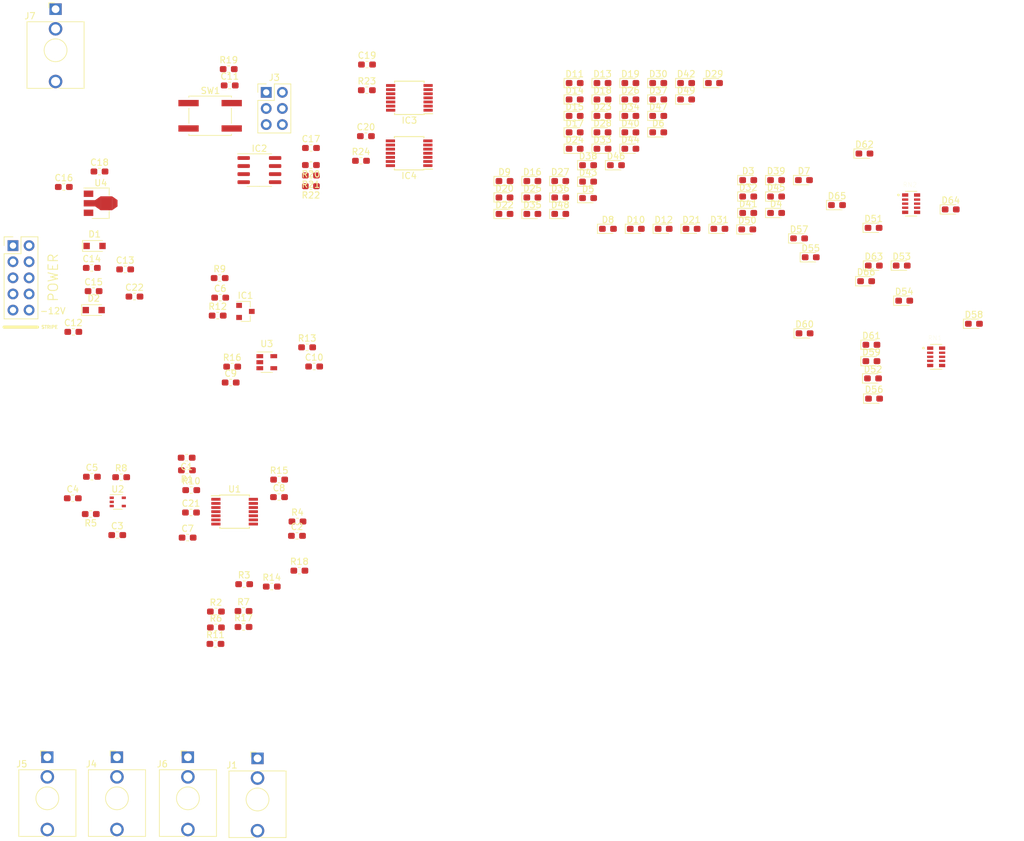
<source format=kicad_pcb>
(kicad_pcb (version 20171130) (host pcbnew "(5.1.2-1)-1")
  (layers (0 F.Cu signal) (31 B.Cu signal) (34 B.Paste user) (35 F.Paste user) (36 B.SilkS user) (37 F.SilkS user) (38 B.Mask user) (39 F.Mask user) (44 Edge.Cuts user))
  (net 0 "")
  (net 1 "Net-(C1-Pad2)")
  (net 2 /MULT_INPUT)
  (net 3 +12V)
  (net 4 GND)
  (net 5 -12V)
  (net 6 "Net-(C8-Pad2)")
  (net 7 "Net-(C9-Pad1)")
  (net 8 /AREF-10)
  (net 9 +5V)
  (net 10 VCC)
  (net 11 VSS)
  (net 12 "Net-(D4-Pad2)")
  (net 13 "Net-(D5-Pad2)")
  (net 14 "Net-(D6-Pad2)")
  (net 15 "Net-(D7-Pad2)")
  (net 16 "Net-(D8-Pad2)")
  (net 17 "Net-(D9-Pad2)")
  (net 18 "Net-(D10-Pad2)")
  (net 19 "Net-(D10-Pad1)")
  (net 20 "Net-(D11-Pad1)")
  (net 21 "Net-(D12-Pad2)")
  (net 22 "Net-(D12-Pad1)")
  (net 23 "Net-(D13-Pad2)")
  (net 24 "Net-(D13-Pad1)")
  (net 25 "Net-(D14-Pad2)")
  (net 26 "Net-(D14-Pad1)")
  (net 27 "Net-(D15-Pad2)")
  (net 28 "Net-(D15-Pad1)")
  (net 29 "Net-(D16-Pad2)")
  (net 30 "Net-(D16-Pad1)")
  (net 31 "Net-(D17-Pad2)")
  (net 32 "Net-(D17-Pad1)")
  (net 33 "Net-(D18-Pad2)")
  (net 34 "Net-(D18-Pad1)")
  (net 35 "Net-(IC2-Pad7)")
  (net 36 "Net-(IC2-Pad6)")
  (net 37 "Net-(IC2-Pad5)")
  (net 38 "Net-(IC3-Pad14)")
  (net 39 "Net-(IC3-Pad12)")
  (net 40 "Net-(IC3-Pad11)")
  (net 41 "Net-(IC3-Pad10)")
  (net 42 "Net-(IC3-Pad9)")
  (net 43 "Net-(IC4-Pad10)")
  (net 44 "Net-(C1-Pad1)")
  (net 45 "Net-(C2-Pad2)")
  (net 46 "Net-(C2-Pad1)")
  (net 47 "Net-(C3-Pad2)")
  (net 48 "Net-(C6-Pad2)")
  (net 49 "Net-(C7-Pad2)")
  (net 50 "Net-(C7-Pad1)")
  (net 51 "Net-(C8-Pad1)")
  (net 52 "Net-(C11-Pad2)")
  (net 53 "Net-(D19-Pad2)")
  (net 54 "Net-(D20-Pad2)")
  (net 55 "Net-(D21-Pad2)")
  (net 56 "Net-(D22-Pad2)")
  (net 57 "Net-(D23-Pad2)")
  (net 58 "Net-(D24-Pad2)")
  (net 59 "Net-(D25-Pad2)")
  (net 60 "Net-(D19-Pad1)")
  (net 61 "Net-(D20-Pad1)")
  (net 62 "Net-(D21-Pad1)")
  (net 63 "Net-(D22-Pad1)")
  (net 64 "Net-(D23-Pad1)")
  (net 65 "Net-(D24-Pad1)")
  (net 66 "Net-(D25-Pad1)")
  (net 67 "Net-(D26-Pad1)")
  (net 68 "Net-(D27-Pad1)")
  (net 69 "Net-(D28-Pad1)")
  (net 70 "Net-(D29-Pad1)")
  (net 71 "Net-(D30-Pad1)")
  (net 72 "Net-(D31-Pad1)")
  (net 73 "Net-(D32-Pad1)")
  (net 74 "Net-(D33-Pad1)")
  (net 75 "Net-(D34-Pad1)")
  (net 76 "Net-(D35-Pad1)")
  (net 77 "Net-(D36-Pad1)")
  (net 78 "Net-(D37-Pad1)")
  (net 79 "Net-(D38-Pad1)")
  (net 80 "Net-(D39-Pad1)")
  (net 81 "Net-(D40-Pad1)")
  (net 82 "Net-(D41-Pad1)")
  (net 83 "Net-(D42-Pad1)")
  (net 84 "Net-(D43-Pad1)")
  (net 85 "Net-(D44-Pad1)")
  (net 86 "Net-(D45-Pad1)")
  (net 87 "Net-(D46-Pad1)")
  (net 88 "Net-(D47-Pad1)")
  (net 89 "Net-(D48-Pad1)")
  (net 90 "Net-(D49-Pad1)")
  (net 91 "Net-(D50-Pad1)")
  (net 92 "Net-(D51-Pad1)")
  (net 93 "Net-(D52-Pad1)")
  (net 94 "Net-(D53-Pad1)")
  (net 95 "Net-(D54-Pad1)")
  (net 96 "Net-(D55-Pad1)")
  (net 97 "Net-(D56-Pad1)")
  (net 98 "Net-(D57-Pad1)")
  (net 99 "Net-(D58-Pad1)")
  (net 100 "Net-(D59-Pad1)")
  (net 101 "Net-(D60-Pad1)")
  (net 102 "Net-(D61-Pad1)")
  (net 103 "Net-(D62-Pad1)")
  (net 104 "Net-(D63-Pad1)")
  (net 105 "Net-(D64-Pad1)")
  (net 106 "Net-(D65-Pad1)")
  (net 107 "Net-(D66-Pad1)")
  (net 108 /OUTA)
  (net 109 /OUTC)
  (net 110 /OUTB)
  (net 111 /OUTD)
  (module Connector_Audio:Jack_3.5mm_QingPu_WQP-PJ398SM_Vertical_CircularHoles (layer F.Cu) (at 111.0996 33.41116)
    (fp_text reference J7 (at -4.03 1.08 180) (layer F.SilkS))
    (fp_text value AudioJack2_SwitchT)
    (pad T thru_hole circle (at 0 11.4 180) (size 2.13 2.13) (drill 1.43) (layers *.Cu *.Mask) (net 111 /OUTD))
    (pad S thru_hole rect (at 0 0 180) (size 1.93 1.83) (drill 1.22) (layers *.Cu *.Mask) (net 4 GND))
    (pad TN thru_hole circle (at 0 3.1 180) (size 2.13 2.13) (drill 1.42) (layers *.Cu *.Mask) (net 4 GND))
  )
  (module Connector_Audio:Jack_3.5mm_QingPu_WQP-PJ398SM_Vertical_CircularHoles (layer F.Cu) (at 131.94792 151.32304)
    (fp_text reference J6 (at -4.03 1.08 180) (layer F.SilkS))
    (fp_text value AudioJack2_SwitchT)
    (pad T thru_hole circle (at 0 11.4 180) (size 2.13 2.13) (drill 1.43) (layers *.Cu *.Mask) (net 110 /OUTB))
    (pad S thru_hole rect (at 0 0 180) (size 1.93 1.83) (drill 1.22) (layers *.Cu *.Mask) (net 4 GND))
    (pad TN thru_hole circle (at 0 3.1 180) (size 2.13 2.13) (drill 1.42) (layers *.Cu *.Mask) (net 4 GND))
  )
  (module Connector_Audio:Jack_3.5mm_QingPu_WQP-PJ398SM_Vertical_CircularHoles (layer F.Cu) (at 109.8042 151.32304)
    (fp_text reference J5 (at -4.03 1.08 180) (layer F.SilkS))
    (fp_text value AudioJack2_SwitchT)
    (pad T thru_hole circle (at 0 11.4 180) (size 2.13 2.13) (drill 1.43) (layers *.Cu *.Mask) (net 109 /OUTC))
    (pad S thru_hole rect (at 0 0 180) (size 1.93 1.83) (drill 1.22) (layers *.Cu *.Mask) (net 4 GND))
    (pad TN thru_hole circle (at 0 3.1 180) (size 2.13 2.13) (drill 1.42) (layers *.Cu *.Mask) (net 4 GND))
  )
  (module Connector_Audio:Jack_3.5mm_QingPu_WQP-PJ398SM_Vertical_CircularHoles (layer F.Cu) (at 120.77192 151.32304)
    (fp_text reference J4 (at -4.03 1.08 180) (layer F.SilkS))
    (fp_text value AudioJack2_SwitchT)
    (pad T thru_hole circle (at 0 11.4 180) (size 2.13 2.13) (drill 1.43) (layers *.Cu *.Mask) (net 108 /OUTA))
    (pad S thru_hole rect (at 0 0 180) (size 1.93 1.83) (drill 1.22) (layers *.Cu *.Mask) (net 4 GND))
    (pad TN thru_hole circle (at 0 3.1 180) (size 2.13 2.13) (drill 1.42) (layers *.Cu *.Mask) (net 4 GND))
  )
  (module Connector_Audio:Jack_3.5mm_QingPu_WQP-PJ398SM_Vertical_CircularHoles (layer F.Cu) (at 142.91564 151.50592)
    (fp_text reference J1 (at -4.03 1.08 180) (layer F.SilkS))
    (fp_text value AudioJack2_SwitchT)
    (pad T thru_hole circle (at 0 11.4 180) (size 2.13 2.13) (drill 1.43) (layers *.Cu *.Mask) (net 4 GND))
    (pad S thru_hole rect (at 0 0 180) (size 1.93 1.83) (drill 1.22) (layers *.Cu *.Mask) (net 4 GND))
    (pad TN thru_hole circle (at 0 3.1 180) (size 2.13 2.13) (drill 1.42) (layers *.Cu *.Mask) (net 4 GND))
  )
  (module LED_SMD:LED_0603_1608Metric_Pad1.05x0.95mm_HandSolder (layer F.Cu) (at 220.068 68.12548)
    (fp_text reference D50 (at 0 -1.43) (layer F.SilkS))
    (fp_text value B)
    (pad 2 smd roundrect (at 0.875 0) (size 1.05 0.95) (layers F.Cu F.Paste F.Mask) (net 75 "Net-(D34-Pad1)"))
    (pad 1 smd roundrect (at -0.875 0) (size 1.05 0.95) (layers F.Cu F.Paste F.Mask) (net 91 "Net-(D50-Pad1)"))
  )
  (module LED_SMD:LED_0603_1608Metric_Pad1.05x0.95mm_HandSolder (layer F.Cu) (at 210.43336 47.6452)
    (fp_text reference D49 (at 0 -1.43) (layer F.SilkS))
    (fp_text value B)
    (pad 2 smd roundrect (at 0.875 0) (size 1.05 0.95) (layers F.Cu F.Paste F.Mask) (net 74 "Net-(D33-Pad1)"))
    (pad 1 smd roundrect (at -0.875 0) (size 1.05 0.95) (layers F.Cu F.Paste F.Mask) (net 90 "Net-(D49-Pad1)"))
  )
  (module LED_SMD:LED_0603_1608Metric_Pad1.05x0.95mm_HandSolder (layer F.Cu) (at 190.60336 65.6852)
    (fp_text reference D48 (at 0 -1.43) (layer F.SilkS))
    (fp_text value G)
    (pad 2 smd roundrect (at 0.875 0) (size 1.05 0.95) (layers F.Cu F.Paste F.Mask) (net 73 "Net-(D32-Pad1)"))
    (pad 1 smd roundrect (at -0.875 0) (size 1.05 0.95) (layers F.Cu F.Paste F.Mask) (net 89 "Net-(D48-Pad1)"))
  )
  (module LED_SMD:LED_0603_1608Metric_Pad1.05x0.95mm_HandSolder (layer F.Cu) (at 206.04336 50.2352)
    (fp_text reference D47 (at 0 -1.43) (layer F.SilkS))
    (fp_text value G)
    (pad 2 smd roundrect (at 0.875 0) (size 1.05 0.95) (layers F.Cu F.Paste F.Mask) (net 72 "Net-(D31-Pad1)"))
    (pad 1 smd roundrect (at -0.875 0) (size 1.05 0.95) (layers F.Cu F.Paste F.Mask) (net 88 "Net-(D47-Pad1)"))
  )
  (module LED_SMD:LED_0603_1608Metric_Pad1.05x0.95mm_HandSolder (layer F.Cu) (at 199.38336 58.0052)
    (fp_text reference D46 (at 0 -1.43) (layer F.SilkS))
    (fp_text value G)
    (pad 2 smd roundrect (at 0.875 0) (size 1.05 0.95) (layers F.Cu F.Paste F.Mask) (net 71 "Net-(D30-Pad1)"))
    (pad 1 smd roundrect (at -0.875 0) (size 1.05 0.95) (layers F.Cu F.Paste F.Mask) (net 87 "Net-(D46-Pad1)"))
  )
  (module LED_SMD:LED_0603_1608Metric_Pad1.05x0.95mm_HandSolder (layer F.Cu) (at 224.608 62.94548)
    (fp_text reference D45 (at 0 -1.43) (layer F.SilkS))
    (fp_text value G)
    (pad 2 smd roundrect (at 0.875 0) (size 1.05 0.95) (layers F.Cu F.Paste F.Mask) (net 70 "Net-(D29-Pad1)"))
    (pad 1 smd roundrect (at -0.875 0) (size 1.05 0.95) (layers F.Cu F.Paste F.Mask) (net 86 "Net-(D45-Pad1)"))
  )
  (module LED_SMD:LED_0603_1608Metric_Pad1.05x0.95mm_HandSolder (layer F.Cu) (at 201.65336 55.4152)
    (fp_text reference D44 (at 0 -1.43) (layer F.SilkS))
    (fp_text value G)
    (pad 2 smd roundrect (at 0.875 0) (size 1.05 0.95) (layers F.Cu F.Paste F.Mask) (net 69 "Net-(D28-Pad1)"))
    (pad 1 smd roundrect (at -0.875 0) (size 1.05 0.95) (layers F.Cu F.Paste F.Mask) (net 85 "Net-(D44-Pad1)"))
  )
  (module LED_SMD:LED_0603_1608Metric_Pad1.05x0.95mm_HandSolder (layer F.Cu) (at 194.99336 60.5952)
    (fp_text reference D43 (at 0 -1.43) (layer F.SilkS))
    (fp_text value G)
    (pad 2 smd roundrect (at 0.875 0) (size 1.05 0.95) (layers F.Cu F.Paste F.Mask) (net 68 "Net-(D27-Pad1)"))
    (pad 1 smd roundrect (at -0.875 0) (size 1.05 0.95) (layers F.Cu F.Paste F.Mask) (net 84 "Net-(D43-Pad1)"))
  )
  (module LED_SMD:LED_0603_1608Metric_Pad1.05x0.95mm_HandSolder (layer F.Cu) (at 210.43336 45.0552)
    (fp_text reference D42 (at 0 -1.43) (layer F.SilkS))
    (fp_text value Y)
    (pad 2 smd roundrect (at 0.875 0) (size 1.05 0.95) (layers F.Cu F.Paste F.Mask) (net 67 "Net-(D26-Pad1)"))
    (pad 1 smd roundrect (at -0.875 0) (size 1.05 0.95) (layers F.Cu F.Paste F.Mask) (net 83 "Net-(D42-Pad1)"))
  )
  (module LED_SMD:LED_0603_1608Metric_Pad1.05x0.95mm_HandSolder (layer F.Cu) (at 220.218 65.53548)
    (fp_text reference D41 (at 0 -1.43) (layer F.SilkS))
    (fp_text value Y)
    (pad 2 smd roundrect (at 0.875 0) (size 1.05 0.95) (layers F.Cu F.Paste F.Mask) (net 66 "Net-(D25-Pad1)"))
    (pad 1 smd roundrect (at -0.875 0) (size 1.05 0.95) (layers F.Cu F.Paste F.Mask) (net 82 "Net-(D41-Pad1)"))
  )
  (module LED_SMD:LED_0603_1608Metric_Pad1.05x0.95mm_HandSolder (layer F.Cu) (at 201.65336 52.8252)
    (fp_text reference D40 (at 0 -1.43) (layer F.SilkS))
    (fp_text value Y)
    (pad 2 smd roundrect (at 0.875 0) (size 1.05 0.95) (layers F.Cu F.Paste F.Mask) (net 65 "Net-(D24-Pad1)"))
    (pad 1 smd roundrect (at -0.875 0) (size 1.05 0.95) (layers F.Cu F.Paste F.Mask) (net 81 "Net-(D40-Pad1)"))
  )
  (module LED_SMD:LED_0603_1608Metric_Pad1.05x0.95mm_HandSolder (layer F.Cu) (at 224.608 60.35548)
    (fp_text reference D39 (at 0 -1.43) (layer F.SilkS))
    (fp_text value A)
    (pad 2 smd roundrect (at 0.875 0) (size 1.05 0.95) (layers F.Cu F.Paste F.Mask) (net 64 "Net-(D23-Pad1)"))
    (pad 1 smd roundrect (at -0.875 0) (size 1.05 0.95) (layers F.Cu F.Paste F.Mask) (net 80 "Net-(D39-Pad1)"))
  )
  (module LED_SMD:LED_0603_1608Metric_Pad1.05x0.95mm_HandSolder (layer F.Cu) (at 194.99336 58.0052)
    (fp_text reference D38 (at 0 -1.43) (layer F.SilkS))
    (fp_text value A)
    (pad 2 smd roundrect (at 0.875 0) (size 1.05 0.95) (layers F.Cu F.Paste F.Mask) (net 63 "Net-(D22-Pad1)"))
    (pad 1 smd roundrect (at -0.875 0) (size 1.05 0.95) (layers F.Cu F.Paste F.Mask) (net 79 "Net-(D38-Pad1)"))
  )
  (module LED_SMD:LED_0603_1608Metric_Pad1.05x0.95mm_HandSolder (layer F.Cu) (at 206.04336 47.6452)
    (fp_text reference D37 (at 0 -1.43) (layer F.SilkS))
    (fp_text value A)
    (pad 2 smd roundrect (at 0.875 0) (size 1.05 0.95) (layers F.Cu F.Paste F.Mask) (net 62 "Net-(D21-Pad1)"))
    (pad 1 smd roundrect (at -0.875 0) (size 1.05 0.95) (layers F.Cu F.Paste F.Mask) (net 78 "Net-(D37-Pad1)"))
  )
  (module LED_SMD:LED_0603_1608Metric_Pad1.05x0.95mm_HandSolder (layer F.Cu) (at 190.60336 63.0952)
    (fp_text reference D36 (at 0 -1.43) (layer F.SilkS))
    (fp_text value R)
    (pad 2 smd roundrect (at 0.875 0) (size 1.05 0.95) (layers F.Cu F.Paste F.Mask) (net 61 "Net-(D20-Pad1)"))
    (pad 1 smd roundrect (at -0.875 0) (size 1.05 0.95) (layers F.Cu F.Paste F.Mask) (net 77 "Net-(D36-Pad1)"))
  )
  (module LED_SMD:LED_0603_1608Metric_Pad1.05x0.95mm_HandSolder (layer F.Cu) (at 186.21336 65.6852)
    (fp_text reference D35 (at 0 -1.43) (layer F.SilkS))
    (fp_text value R)
    (pad 2 smd roundrect (at 0.875 0) (size 1.05 0.95) (layers F.Cu F.Paste F.Mask) (net 60 "Net-(D19-Pad1)"))
    (pad 1 smd roundrect (at -0.875 0) (size 1.05 0.95) (layers F.Cu F.Paste F.Mask) (net 76 "Net-(D35-Pad1)"))
  )
  (module LED_SMD:LED_0603_1608Metric_Pad1.05x0.95mm_HandSolder (layer F.Cu) (at 201.65336 50.2352)
    (fp_text reference D34 (at 0 -1.43) (layer F.SilkS))
    (fp_text value B)
    (pad 2 smd roundrect (at 0.875 0) (size 1.05 0.95) (layers F.Cu F.Paste F.Mask) (net 34 "Net-(D18-Pad1)"))
    (pad 1 smd roundrect (at -0.875 0) (size 1.05 0.95) (layers F.Cu F.Paste F.Mask) (net 75 "Net-(D34-Pad1)"))
  )
  (module LED_SMD:LED_0603_1608Metric_Pad1.05x0.95mm_HandSolder (layer F.Cu) (at 197.26336 55.4152)
    (fp_text reference D33 (at 0 -1.43) (layer F.SilkS))
    (fp_text value B)
    (pad 2 smd roundrect (at 0.875 0) (size 1.05 0.95) (layers F.Cu F.Paste F.Mask) (net 32 "Net-(D17-Pad1)"))
    (pad 1 smd roundrect (at -0.875 0) (size 1.05 0.95) (layers F.Cu F.Paste F.Mask) (net 74 "Net-(D33-Pad1)"))
  )
  (module LED_SMD:LED_0603_1608Metric_Pad1.05x0.95mm_HandSolder (layer F.Cu) (at 220.218 62.94548)
    (fp_text reference D32 (at 0 -1.43) (layer F.SilkS))
    (fp_text value G)
    (pad 2 smd roundrect (at 0.875 0) (size 1.05 0.95) (layers F.Cu F.Paste F.Mask) (net 30 "Net-(D16-Pad1)"))
    (pad 1 smd roundrect (at -0.875 0) (size 1.05 0.95) (layers F.Cu F.Paste F.Mask) (net 73 "Net-(D32-Pad1)"))
  )
  (module LED_SMD:LED_0603_1608Metric_Pad1.05x0.95mm_HandSolder (layer F.Cu) (at 215.678 68.03548)
    (fp_text reference D31 (at 0 -1.43) (layer F.SilkS))
    (fp_text value G)
    (pad 2 smd roundrect (at 0.875 0) (size 1.05 0.95) (layers F.Cu F.Paste F.Mask) (net 28 "Net-(D15-Pad1)"))
    (pad 1 smd roundrect (at -0.875 0) (size 1.05 0.95) (layers F.Cu F.Paste F.Mask) (net 72 "Net-(D31-Pad1)"))
  )
  (module LED_SMD:LED_0603_1608Metric_Pad1.05x0.95mm_HandSolder (layer F.Cu) (at 206.04336 45.0552)
    (fp_text reference D30 (at 0 -1.43) (layer F.SilkS))
    (fp_text value G)
    (pad 2 smd roundrect (at 0.875 0) (size 1.05 0.95) (layers F.Cu F.Paste F.Mask) (net 26 "Net-(D14-Pad1)"))
    (pad 1 smd roundrect (at -0.875 0) (size 1.05 0.95) (layers F.Cu F.Paste F.Mask) (net 71 "Net-(D30-Pad1)"))
  )
  (module LED_SMD:LED_0603_1608Metric_Pad1.05x0.95mm_HandSolder (layer F.Cu) (at 214.82336 45.0552)
    (fp_text reference D29 (at 0 -1.43) (layer F.SilkS))
    (fp_text value G)
    (pad 2 smd roundrect (at 0.875 0) (size 1.05 0.95) (layers F.Cu F.Paste F.Mask) (net 24 "Net-(D13-Pad1)"))
    (pad 1 smd roundrect (at -0.875 0) (size 1.05 0.95) (layers F.Cu F.Paste F.Mask) (net 70 "Net-(D29-Pad1)"))
  )
  (module LED_SMD:LED_0603_1608Metric_Pad1.05x0.95mm_HandSolder (layer F.Cu) (at 197.26336 52.8252)
    (fp_text reference D28 (at 0 -1.43) (layer F.SilkS))
    (fp_text value G)
    (pad 2 smd roundrect (at 0.875 0) (size 1.05 0.95) (layers F.Cu F.Paste F.Mask) (net 22 "Net-(D12-Pad1)"))
    (pad 1 smd roundrect (at -0.875 0) (size 1.05 0.95) (layers F.Cu F.Paste F.Mask) (net 69 "Net-(D28-Pad1)"))
  )
  (module LED_SMD:LED_0603_1608Metric_Pad1.05x0.95mm_HandSolder (layer F.Cu) (at 190.60336 60.5052)
    (fp_text reference D27 (at 0 -1.43) (layer F.SilkS))
    (fp_text value G)
    (pad 2 smd roundrect (at 0.875 0) (size 1.05 0.95) (layers F.Cu F.Paste F.Mask) (net 20 "Net-(D11-Pad1)"))
    (pad 1 smd roundrect (at -0.875 0) (size 1.05 0.95) (layers F.Cu F.Paste F.Mask) (net 68 "Net-(D27-Pad1)"))
  )
  (module LED_SMD:LED_0603_1608Metric_Pad1.05x0.95mm_HandSolder (layer F.Cu) (at 201.65336 47.6452)
    (fp_text reference D26 (at 0 -1.43) (layer F.SilkS))
    (fp_text value Y)
    (pad 2 smd roundrect (at 0.875 0) (size 1.05 0.95) (layers F.Cu F.Paste F.Mask) (net 19 "Net-(D10-Pad1)"))
    (pad 1 smd roundrect (at -0.875 0) (size 1.05 0.95) (layers F.Cu F.Paste F.Mask) (net 67 "Net-(D26-Pad1)"))
  )
  (module LED_SMD:LED_0603_1608Metric_Pad1.05x0.95mm_HandSolder (layer F.Cu) (at 186.21336 63.0952)
    (fp_text reference D25 (at 0 -1.43) (layer F.SilkS))
    (fp_text value Y)
    (pad 2 smd roundrect (at 0.875 0) (size 1.05 0.95) (layers F.Cu F.Paste F.Mask) (net 59 "Net-(D25-Pad2)"))
    (pad 1 smd roundrect (at -0.875 0) (size 1.05 0.95) (layers F.Cu F.Paste F.Mask) (net 66 "Net-(D25-Pad1)"))
  )
  (module LED_SMD:LED_0603_1608Metric_Pad1.05x0.95mm_HandSolder (layer F.Cu) (at 192.87336 55.4152)
    (fp_text reference D24 (at 0 -1.43) (layer F.SilkS))
    (fp_text value Y)
    (pad 2 smd roundrect (at 0.875 0) (size 1.05 0.95) (layers F.Cu F.Paste F.Mask) (net 58 "Net-(D24-Pad2)"))
    (pad 1 smd roundrect (at -0.875 0) (size 1.05 0.95) (layers F.Cu F.Paste F.Mask) (net 65 "Net-(D24-Pad1)"))
  )
  (module LED_SMD:LED_0603_1608Metric_Pad1.05x0.95mm_HandSolder (layer F.Cu) (at 197.26336 50.2352)
    (fp_text reference D23 (at 0 -1.43) (layer F.SilkS))
    (fp_text value A)
    (pad 2 smd roundrect (at 0.875 0) (size 1.05 0.95) (layers F.Cu F.Paste F.Mask) (net 57 "Net-(D23-Pad2)"))
    (pad 1 smd roundrect (at -0.875 0) (size 1.05 0.95) (layers F.Cu F.Paste F.Mask) (net 64 "Net-(D23-Pad1)"))
  )
  (module LED_SMD:LED_0603_1608Metric_Pad1.05x0.95mm_HandSolder (layer F.Cu) (at 181.82336 65.6852)
    (fp_text reference D22 (at 0 -1.43) (layer F.SilkS))
    (fp_text value A)
    (pad 2 smd roundrect (at 0.875 0) (size 1.05 0.95) (layers F.Cu F.Paste F.Mask) (net 56 "Net-(D22-Pad2)"))
    (pad 1 smd roundrect (at -0.875 0) (size 1.05 0.95) (layers F.Cu F.Paste F.Mask) (net 63 "Net-(D22-Pad1)"))
  )
  (module LED_SMD:LED_0603_1608Metric_Pad1.05x0.95mm_HandSolder (layer F.Cu) (at 211.288 68.03548)
    (fp_text reference D21 (at 0 -1.43) (layer F.SilkS))
    (fp_text value A)
    (pad 2 smd roundrect (at 0.875 0) (size 1.05 0.95) (layers F.Cu F.Paste F.Mask) (net 55 "Net-(D21-Pad2)"))
    (pad 1 smd roundrect (at -0.875 0) (size 1.05 0.95) (layers F.Cu F.Paste F.Mask) (net 62 "Net-(D21-Pad1)"))
  )
  (module LED_SMD:LED_0603_1608Metric_Pad1.05x0.95mm_HandSolder (layer F.Cu) (at 181.82336 63.0952)
    (fp_text reference D20 (at 0 -1.43) (layer F.SilkS))
    (fp_text value R)
    (pad 2 smd roundrect (at 0.875 0) (size 1.05 0.95) (layers F.Cu F.Paste F.Mask) (net 54 "Net-(D20-Pad2)"))
    (pad 1 smd roundrect (at -0.875 0) (size 1.05 0.95) (layers F.Cu F.Paste F.Mask) (net 61 "Net-(D20-Pad1)"))
  )
  (module LED_SMD:LED_0603_1608Metric_Pad1.05x0.95mm_HandSolder (layer F.Cu) (at 201.65336 45.0552)
    (fp_text reference D19 (at 0 -1.43) (layer F.SilkS))
    (fp_text value R)
    (pad 2 smd roundrect (at 0.875 0) (size 1.05 0.95) (layers F.Cu F.Paste F.Mask) (net 53 "Net-(D19-Pad2)"))
    (pad 1 smd roundrect (at -0.875 0) (size 1.05 0.95) (layers F.Cu F.Paste F.Mask) (net 60 "Net-(D19-Pad1)"))
  )
  (module LED_SMD:LED_0603_1608Metric_Pad1.05x0.95mm_HandSolder (layer F.Cu) (at 197.26336 47.6452)
    (fp_text reference D18 (at 0 -1.43) (layer F.SilkS))
    (fp_text value B)
    (pad 2 smd roundrect (at 0.875 0) (size 1.05 0.95) (layers F.Cu F.Paste F.Mask) (net 33 "Net-(D18-Pad2)"))
    (pad 1 smd roundrect (at -0.875 0) (size 1.05 0.95) (layers F.Cu F.Paste F.Mask) (net 34 "Net-(D18-Pad1)"))
  )
  (module LED_SMD:LED_0603_1608Metric_Pad1.05x0.95mm_HandSolder (layer F.Cu) (at 192.87336 52.8252)
    (fp_text reference D17 (at 0 -1.43) (layer F.SilkS))
    (fp_text value B)
    (pad 2 smd roundrect (at 0.875 0) (size 1.05 0.95) (layers F.Cu F.Paste F.Mask) (net 31 "Net-(D17-Pad2)"))
    (pad 1 smd roundrect (at -0.875 0) (size 1.05 0.95) (layers F.Cu F.Paste F.Mask) (net 32 "Net-(D17-Pad1)"))
  )
  (module LED_SMD:LED_0603_1608Metric_Pad1.05x0.95mm_HandSolder (layer F.Cu) (at 186.21336 60.5052)
    (fp_text reference D16 (at 0 -1.43) (layer F.SilkS))
    (fp_text value G)
    (pad 2 smd roundrect (at 0.875 0) (size 1.05 0.95) (layers F.Cu F.Paste F.Mask) (net 29 "Net-(D16-Pad2)"))
    (pad 1 smd roundrect (at -0.875 0) (size 1.05 0.95) (layers F.Cu F.Paste F.Mask) (net 30 "Net-(D16-Pad1)"))
  )
  (module LED_SMD:LED_0603_1608Metric_Pad1.05x0.95mm_HandSolder (layer F.Cu) (at 192.87336 50.2352)
    (fp_text reference D15 (at 0 -1.43) (layer F.SilkS))
    (fp_text value G)
    (pad 2 smd roundrect (at 0.875 0) (size 1.05 0.95) (layers F.Cu F.Paste F.Mask) (net 27 "Net-(D15-Pad2)"))
    (pad 1 smd roundrect (at -0.875 0) (size 1.05 0.95) (layers F.Cu F.Paste F.Mask) (net 28 "Net-(D15-Pad1)"))
  )
  (module LED_SMD:LED_0603_1608Metric_Pad1.05x0.95mm_HandSolder (layer F.Cu) (at 192.87336 47.6452)
    (fp_text reference D14 (at 0 -1.43) (layer F.SilkS))
    (fp_text value G)
    (pad 2 smd roundrect (at 0.875 0) (size 1.05 0.95) (layers F.Cu F.Paste F.Mask) (net 25 "Net-(D14-Pad2)"))
    (pad 1 smd roundrect (at -0.875 0) (size 1.05 0.95) (layers F.Cu F.Paste F.Mask) (net 26 "Net-(D14-Pad1)"))
  )
  (module LED_SMD:LED_0603_1608Metric_Pad1.05x0.95mm_HandSolder (layer F.Cu) (at 197.26336 45.0552)
    (fp_text reference D13 (at 0 -1.43) (layer F.SilkS))
    (fp_text value G)
    (pad 2 smd roundrect (at 0.875 0) (size 1.05 0.95) (layers F.Cu F.Paste F.Mask) (net 23 "Net-(D13-Pad2)"))
    (pad 1 smd roundrect (at -0.875 0) (size 1.05 0.95) (layers F.Cu F.Paste F.Mask) (net 24 "Net-(D13-Pad1)"))
  )
  (module LED_SMD:LED_0603_1608Metric_Pad1.05x0.95mm_HandSolder (layer F.Cu) (at 206.898 68.03548)
    (fp_text reference D12 (at 0 -1.43) (layer F.SilkS))
    (fp_text value G)
    (pad 2 smd roundrect (at 0.875 0) (size 1.05 0.95) (layers F.Cu F.Paste F.Mask) (net 21 "Net-(D12-Pad2)"))
    (pad 1 smd roundrect (at -0.875 0) (size 1.05 0.95) (layers F.Cu F.Paste F.Mask) (net 22 "Net-(D12-Pad1)"))
  )
  (module LED_SMD:LED_0603_1608Metric_Pad1.05x0.95mm_HandSolder (layer F.Cu) (at 192.87336 45.0552)
    (fp_text reference D11 (at 0 -1.43) (layer F.SilkS))
    (fp_text value G)
    (pad 2 smd roundrect (at 0.875 0) (size 1.05 0.95) (layers F.Cu F.Paste F.Mask))
    (pad 1 smd roundrect (at -0.875 0) (size 1.05 0.95) (layers F.Cu F.Paste F.Mask) (net 20 "Net-(D11-Pad1)"))
  )
  (module LED_SMD:LED_0603_1608Metric_Pad1.05x0.95mm_HandSolder (layer F.Cu) (at 202.508 68.03548)
    (fp_text reference D10 (at 0 -1.43) (layer F.SilkS))
    (fp_text value Y)
    (pad 2 smd roundrect (at 0.875 0) (size 1.05 0.95) (layers F.Cu F.Paste F.Mask) (net 18 "Net-(D10-Pad2)"))
    (pad 1 smd roundrect (at -0.875 0) (size 1.05 0.95) (layers F.Cu F.Paste F.Mask) (net 19 "Net-(D10-Pad1)"))
  )
  (module LED_SMD:LED_0603_1608Metric_Pad1.05x0.95mm_HandSolder (layer F.Cu) (at 181.82336 60.5052)
    (fp_text reference D9 (at 0 -1.43) (layer F.SilkS))
    (fp_text value Y)
    (pad 2 smd roundrect (at 0.875 0) (size 1.05 0.95) (layers F.Cu F.Paste F.Mask) (net 17 "Net-(D9-Pad2)"))
    (pad 1 smd roundrect (at -0.875 0) (size 1.05 0.95) (layers F.Cu F.Paste F.Mask) (net 59 "Net-(D25-Pad2)"))
  )
  (module LED_SMD:LED_0603_1608Metric_Pad1.05x0.95mm_HandSolder (layer F.Cu) (at 198.118 68.03548)
    (fp_text reference D8 (at 0 -1.43) (layer F.SilkS))
    (fp_text value Y)
    (pad 2 smd roundrect (at 0.875 0) (size 1.05 0.95) (layers F.Cu F.Paste F.Mask) (net 16 "Net-(D8-Pad2)"))
    (pad 1 smd roundrect (at -0.875 0) (size 1.05 0.95) (layers F.Cu F.Paste F.Mask) (net 58 "Net-(D24-Pad2)"))
  )
  (module LED_SMD:LED_0603_1608Metric_Pad1.05x0.95mm_HandSolder (layer F.Cu) (at 228.998 60.35548)
    (fp_text reference D7 (at 0 -1.43) (layer F.SilkS))
    (fp_text value A)
    (pad 2 smd roundrect (at 0.875 0) (size 1.05 0.95) (layers F.Cu F.Paste F.Mask) (net 15 "Net-(D7-Pad2)"))
    (pad 1 smd roundrect (at -0.875 0) (size 1.05 0.95) (layers F.Cu F.Paste F.Mask) (net 57 "Net-(D23-Pad2)"))
  )
  (module LED_SMD:LED_0603_1608Metric_Pad1.05x0.95mm_HandSolder (layer F.Cu) (at 206.04336 52.8252)
    (fp_text reference D6 (at 0 -1.43) (layer F.SilkS))
    (fp_text value A)
    (pad 2 smd roundrect (at 0.875 0) (size 1.05 0.95) (layers F.Cu F.Paste F.Mask) (net 14 "Net-(D6-Pad2)"))
    (pad 1 smd roundrect (at -0.875 0) (size 1.05 0.95) (layers F.Cu F.Paste F.Mask) (net 56 "Net-(D22-Pad2)"))
  )
  (module LED_SMD:LED_0603_1608Metric_Pad1.05x0.95mm_HandSolder (layer F.Cu) (at 194.99336 63.1852)
    (fp_text reference D5 (at 0 -1.43) (layer F.SilkS))
    (fp_text value A)
    (pad 2 smd roundrect (at 0.875 0) (size 1.05 0.95) (layers F.Cu F.Paste F.Mask) (net 13 "Net-(D5-Pad2)"))
    (pad 1 smd roundrect (at -0.875 0) (size 1.05 0.95) (layers F.Cu F.Paste F.Mask) (net 55 "Net-(D21-Pad2)"))
  )
  (module LED_SMD:LED_0603_1608Metric_Pad1.05x0.95mm_HandSolder (layer F.Cu) (at 224.608 65.53548)
    (fp_text reference D4 (at 0 -1.43) (layer F.SilkS))
    (fp_text value R)
    (pad 2 smd roundrect (at 0.875 0) (size 1.05 0.95) (layers F.Cu F.Paste F.Mask) (net 12 "Net-(D4-Pad2)"))
    (pad 1 smd roundrect (at -0.875 0) (size 1.05 0.95) (layers F.Cu F.Paste F.Mask) (net 54 "Net-(D20-Pad2)"))
  )
  (module LED_SMD:LED_0603_1608Metric_Pad1.05x0.95mm_HandSolder (layer F.Cu) (at 220.218 60.35548)
    (fp_text reference D3 (at 0 -1.43) (layer F.SilkS))
    (fp_text value R)
    (pad 2 smd roundrect (at 0.875 0) (size 1.05 0.95) (layers F.Cu F.Paste F.Mask))
    (pad 1 smd roundrect (at -0.875 0) (size 1.05 0.95) (layers F.Cu F.Paste F.Mask) (net 53 "Net-(D19-Pad2)"))
  )
  (module Package_TO_SOT_SMD:SOT-23-5 (layer F.Cu) (at 144.3736 89.05748)
    (fp_text reference U3 (at 0 -2.9) (layer F.SilkS))
    (fp_text value MCP6001-OT)
    (pad 5 smd rect (at 1.1 -0.95) (size 1.06 0.65) (layers F.Cu F.Paste F.Mask) (net 4 GND))
    (pad 4 smd rect (at 1.1 0.95) (size 1.06 0.65) (layers F.Cu F.Paste F.Mask) (net 8 /AREF-10))
    (pad 3 smd rect (at -1.1 0.95) (size 1.06 0.65) (layers F.Cu F.Paste F.Mask) (net 4 GND))
    (pad 2 smd rect (at -1.1 0) (size 1.06 0.65) (layers F.Cu F.Paste F.Mask) (net 9 +5V))
    (pad 1 smd rect (at -1.1 -0.95) (size 1.06 0.65) (layers F.Cu F.Paste F.Mask) (net 7 "Net-(C9-Pad1)"))
  )
  (module Package_TO_SOT_SMD:SOT-89-3 (layer F.Cu) (at 117.76964 64.008)
    (fp_text reference U4 (at 0.45 -3.2) (layer F.SilkS))
    (fp_text value L78L05_SOT89)
    (pad 2 smd trapezoid (at -0.0762 0 90) (size 1.5 1) (rect_delta 0 0.7) (layers F.Cu F.Paste F.Mask) (net 4 GND))
    (pad 2 smd rect (at 1.3335 0 270) (size 2.2 1.84) (layers F.Cu F.Paste F.Mask) (net 4 GND))
    (pad 3 smd rect (at -1.48 1.5 270) (size 1 1.5) (layers F.Cu F.Paste F.Mask) (net 3 +12V))
    (pad 2 smd rect (at -1.3335 0 270) (size 1 1.8) (layers F.Cu F.Paste F.Mask) (net 4 GND))
    (pad 1 smd rect (at -1.48 -1.5 270) (size 1 1.5) (layers F.Cu F.Paste F.Mask) (net 9 +5V))
    (pad 2 smd trapezoid (at 2.667 0 270) (size 1.6 0.85) (rect_delta 0 0.6) (layers F.Cu F.Paste F.Mask) (net 4 GND))
  )
  (module Package_SO:TSSOP-14_4.4x5mm_P0.65mm (layer F.Cu) (at 139.30376 112.61852)
    (fp_text reference U1 (at 0 -3.55) (layer F.SilkS))
    (fp_text value TL074)
    (pad 14 smd rect (at 2.95 -1.95) (size 1.45 0.45) (layers F.Cu F.Paste F.Mask) (net 51 "Net-(C8-Pad1)"))
    (pad 13 smd rect (at 2.95 -1.3) (size 1.45 0.45) (layers F.Cu F.Paste F.Mask) (net 6 "Net-(C8-Pad2)"))
    (pad 12 smd rect (at 2.95 -0.65) (size 1.45 0.45) (layers F.Cu F.Paste F.Mask) (net 4 GND))
    (pad 11 smd rect (at 2.95 0) (size 1.45 0.45) (layers F.Cu F.Paste F.Mask) (net 5 -12V))
    (pad 10 smd rect (at 2.95 0.65) (size 1.45 0.45) (layers F.Cu F.Paste F.Mask) (net 4 GND))
    (pad 9 smd rect (at 2.95 1.3) (size 1.45 0.45) (layers F.Cu F.Paste F.Mask) (net 45 "Net-(C2-Pad2)"))
    (pad 8 smd rect (at 2.95 1.95) (size 1.45 0.45) (layers F.Cu F.Paste F.Mask) (net 46 "Net-(C2-Pad1)"))
    (pad 7 smd rect (at -2.95 1.95) (size 1.45 0.45) (layers F.Cu F.Paste F.Mask) (net 50 "Net-(C7-Pad1)"))
    (pad 6 smd rect (at -2.95 1.3) (size 1.45 0.45) (layers F.Cu F.Paste F.Mask) (net 49 "Net-(C7-Pad2)"))
    (pad 5 smd rect (at -2.95 0.65) (size 1.45 0.45) (layers F.Cu F.Paste F.Mask) (net 4 GND))
    (pad 4 smd rect (at -2.95 0) (size 1.45 0.45) (layers F.Cu F.Paste F.Mask) (net 3 +12V))
    (pad 3 smd rect (at -2.95 -0.65) (size 1.45 0.45) (layers F.Cu F.Paste F.Mask) (net 4 GND))
    (pad 2 smd rect (at -2.95 -1.3) (size 1.45 0.45) (layers F.Cu F.Paste F.Mask) (net 1 "Net-(C1-Pad2)"))
    (pad 1 smd rect (at -2.95 -1.95) (size 1.45 0.45) (layers F.Cu F.Paste F.Mask) (net 44 "Net-(C1-Pad1)"))
  )
  (module Package_TO_SOT_SMD:SOT-353_SC-70-5 (layer F.Cu) (at 120.89892 111.07928)
    (fp_text reference U2 (at 0 -2) (layer F.SilkS))
    (fp_text value TLV172IDCK)
    (pad 5 smd rect (at 0.95 -0.65) (size 0.65 0.4) (layers F.Cu F.Paste F.Mask) (net 5 -12V))
    (pad 4 smd rect (at 0.95 0.65) (size 0.65 0.4) (layers F.Cu F.Paste F.Mask) (net 2 /MULT_INPUT))
    (pad 2 smd rect (at -0.95 0) (size 0.65 0.4) (layers F.Cu F.Paste F.Mask) (net 3 +12V))
    (pad 3 smd rect (at -0.95 0.65) (size 0.65 0.4) (layers F.Cu F.Paste F.Mask) (net 47 "Net-(C3-Pad2)"))
    (pad 1 smd rect (at -0.95 -0.65) (size 0.65 0.4) (layers F.Cu F.Paste F.Mask) (net 4 GND))
  )
  (module Button_Switch_SMD:SW_SPST_EVQQ2 (layer F.Cu) (at 135.44804 50.2158)
    (fp_text reference SW1 (at 0.05 -3.95) (layer F.SilkS))
    (fp_text value EVQQ2)
    (pad 2 smd rect (at 3.4 2) (size 3.2 1) (layers F.Cu F.Paste F.Mask) (net 52 "Net-(C11-Pad2)"))
    (pad 2 smd rect (at -3.4 2) (size 3.2 1) (layers F.Cu F.Paste F.Mask) (net 52 "Net-(C11-Pad2)"))
    (pad 1 smd rect (at -3.4 -2) (size 3.2 1) (layers F.Cu F.Paste F.Mask) (net 4 GND))
    (pad 1 smd rect (at 3.4 -2) (size 3.2 1) (layers F.Cu F.Paste F.Mask) (net 4 GND))
  )
  (module CAY17-331JALF:RESCAXS64P320X160X60-10N (layer F.Cu) (at 245.88216 64.06896)
    (fp_text reference RN2 (at -0.193843 -2.963304) (layer F.SilkS) (effects (font (size 0.737155 0.737155) (thickness 0.015))))
    (fp_text value R_Network08_US)
    (pad 6 smd rect (at 0.94 1.365) (size 0.97 0.54) (layers F.Cu F.Paste F.Mask) (net 104 "Net-(D63-Pad1)"))
    (pad 5 smd rect (at -0.94 1.365) (size 0.97 0.54) (layers F.Cu F.Paste F.Mask) (net 103 "Net-(D62-Pad1)"))
    (pad 1 smd rect (at -0.94 -1.365) (size 0.97 0.54) (layers F.Cu F.Paste F.Mask) (net 4 GND))
    (pad 10 smd rect (at 0.94 -1.365) (size 0.97 0.54) (layers F.Cu F.Paste F.Mask))
    (pad 2 smd rect (at -0.94 -0.64) (size 0.97 0.37) (layers F.Cu F.Paste F.Mask) (net 100 "Net-(D59-Pad1)"))
    (pad 3 smd rect (at -0.94 0) (size 0.97 0.37) (layers F.Cu F.Paste F.Mask) (net 101 "Net-(D60-Pad1)"))
    (pad 9 smd rect (at 0.94 -0.64) (size 0.97 0.37) (layers F.Cu F.Paste F.Mask) (net 107 "Net-(D66-Pad1)"))
    (pad 8 smd rect (at 0.94 0) (size 0.97 0.37) (layers F.Cu F.Paste F.Mask) (net 106 "Net-(D65-Pad1)"))
    (pad 4 smd rect (at -0.94 0.64) (size 0.97 0.37) (layers F.Cu F.Paste F.Mask) (net 102 "Net-(D61-Pad1)"))
    (pad 7 smd rect (at 0.94 0.64) (size 0.97 0.37) (layers F.Cu F.Paste F.Mask) (net 105 "Net-(D64-Pad1)"))
  )
  (module CAY17-331JALF:RESCAXS64P320X160X60-10N (layer F.Cu) (at 249.82424 88.20912)
    (fp_text reference RN1 (at -0.193843 -2.963304) (layer F.SilkS) (effects (font (size 0.737155 0.737155) (thickness 0.015))))
    (fp_text value R_Network08_220R)
    (pad 6 smd rect (at 0.94 1.365) (size 0.97 0.54) (layers F.Cu F.Paste F.Mask) (net 96 "Net-(D55-Pad1)"))
    (pad 5 smd rect (at -0.94 1.365) (size 0.97 0.54) (layers F.Cu F.Paste F.Mask) (net 95 "Net-(D54-Pad1)"))
    (pad 1 smd rect (at -0.94 -1.365) (size 0.97 0.54) (layers F.Cu F.Paste F.Mask) (net 4 GND))
    (pad 10 smd rect (at 0.94 -1.365) (size 0.97 0.54) (layers F.Cu F.Paste F.Mask))
    (pad 2 smd rect (at -0.94 -0.64) (size 0.97 0.37) (layers F.Cu F.Paste F.Mask) (net 92 "Net-(D51-Pad1)"))
    (pad 3 smd rect (at -0.94 0) (size 0.97 0.37) (layers F.Cu F.Paste F.Mask) (net 93 "Net-(D52-Pad1)"))
    (pad 9 smd rect (at 0.94 -0.64) (size 0.97 0.37) (layers F.Cu F.Paste F.Mask) (net 99 "Net-(D58-Pad1)"))
    (pad 8 smd rect (at 0.94 0) (size 0.97 0.37) (layers F.Cu F.Paste F.Mask) (net 98 "Net-(D57-Pad1)"))
    (pad 4 smd rect (at -0.94 0.64) (size 0.97 0.37) (layers F.Cu F.Paste F.Mask) (net 94 "Net-(D53-Pad1)"))
    (pad 7 smd rect (at 0.94 0.64) (size 0.97 0.37) (layers F.Cu F.Paste F.Mask) (net 97 "Net-(D56-Pad1)"))
  )
  (module Capacitor_SMD:C_0603_1608Metric_Pad1.05x0.95mm_HandSolder (layer F.Cu) (at 159.21228 57.31256)
    (fp_text reference R24 (at 0 -1.43) (layer F.SilkS))
    (fp_text value 10k)
    (pad 2 smd roundrect (at 0.875 0) (size 1.05 0.95) (layers F.Cu F.Paste F.Mask) (net 43 "Net-(IC4-Pad10)"))
    (pad 1 smd roundrect (at -0.875 0) (size 1.05 0.95) (layers F.Cu F.Paste F.Mask) (net 9 +5V))
  )
  (module Capacitor_SMD:C_0603_1608Metric_Pad1.05x0.95mm_HandSolder (layer F.Cu) (at 160.13684 46.18736)
    (fp_text reference R23 (at 0 -1.43) (layer F.SilkS))
    (fp_text value 10k)
    (pad 2 smd roundrect (at 0.875 0) (size 1.05 0.95) (layers F.Cu F.Paste F.Mask) (net 41 "Net-(IC3-Pad10)"))
    (pad 1 smd roundrect (at -0.875 0) (size 1.05 0.95) (layers F.Cu F.Paste F.Mask) (net 9 +5V))
  )
  (module Capacitor_SMD:C_0603_1608Metric_Pad1.05x0.95mm_HandSolder (layer F.Cu) (at 151.32304 61.3156 180)
    (fp_text reference R22 (at 0 -1.43) (layer F.SilkS))
    (fp_text value 1k)
    (pad 2 smd roundrect (at 0.875 0 180) (size 1.05 0.95) (layers F.Cu F.Paste F.Mask) (net 37 "Net-(IC2-Pad5)"))
    (pad 1 smd roundrect (at -0.875 0 180) (size 1.05 0.95) (layers F.Cu F.Paste F.Mask) (net 38 "Net-(IC3-Pad14)"))
  )
  (module Capacitor_SMD:C_0603_1608Metric_Pad1.05x0.95mm_HandSolder (layer F.Cu) (at 151.32304 59.62396 180)
    (fp_text reference R21 (at 0 -1.43) (layer F.SilkS))
    (fp_text value 1k)
    (pad 2 smd roundrect (at 0.875 0 180) (size 1.05 0.95) (layers F.Cu F.Paste F.Mask) (net 36 "Net-(IC2-Pad6)"))
    (pad 1 smd roundrect (at -0.875 0 180) (size 1.05 0.95) (layers F.Cu F.Paste F.Mask) (net 39 "Net-(IC3-Pad12)"))
  )
  (module Capacitor_SMD:C_0603_1608Metric_Pad1.05x0.95mm_HandSolder (layer F.Cu) (at 151.32304 57.98312 180)
    (fp_text reference R20 (at 0 -1.43) (layer F.SilkS))
    (fp_text value 1k)
    (pad 2 smd roundrect (at 0.875 0 180) (size 1.05 0.95) (layers F.Cu F.Paste F.Mask) (net 35 "Net-(IC2-Pad7)"))
    (pad 1 smd roundrect (at -0.875 0 180) (size 1.05 0.95) (layers F.Cu F.Paste F.Mask) (net 40 "Net-(IC3-Pad11)"))
  )
  (module Capacitor_SMD:C_0603_1608Metric_Pad1.05x0.95mm_HandSolder (layer F.Cu) (at 149.50828 121.91428)
    (fp_text reference R18 (at 0 -1.43) (layer F.SilkS))
    (fp_text value 100R)
    (pad 2 smd roundrect (at 0.875 0) (size 1.05 0.95) (layers F.Cu F.Paste F.Mask) (net 51 "Net-(C8-Pad1)"))
    (pad 1 smd roundrect (at -0.875 0) (size 1.05 0.95) (layers F.Cu F.Paste F.Mask) (net 111 /OUTD))
  )
  (module Capacitor_SMD:C_0603_1608Metric_Pad1.05x0.95mm_HandSolder (layer F.Cu) (at 140.70828 130.79428)
    (fp_text reference R17 (at 0 -1.43) (layer F.SilkS))
    (fp_text value 100R)
    (pad 2 smd roundrect (at 0.875 0) (size 1.05 0.95) (layers F.Cu F.Paste F.Mask) (net 50 "Net-(C7-Pad1)"))
    (pad 1 smd roundrect (at -0.875 0) (size 1.05 0.95) (layers F.Cu F.Paste F.Mask) (net 110 /OUTB))
  )
  (module Capacitor_SMD:C_0603_1608Metric_Pad1.05x0.95mm_HandSolder (layer F.Cu) (at 146.31924 107.56392)
    (fp_text reference R15 (at 0 -1.43) (layer F.SilkS))
    (fp_text value 100k)
    (pad 2 smd roundrect (at 0.875 0) (size 1.05 0.95) (layers F.Cu F.Paste F.Mask) (net 6 "Net-(C8-Pad2)"))
    (pad 1 smd roundrect (at -0.875 0) (size 1.05 0.95) (layers F.Cu F.Paste F.Mask) (net 51 "Net-(C8-Pad1)"))
  )
  (module Capacitor_SMD:C_0603_1608Metric_Pad1.05x0.95mm_HandSolder (layer F.Cu) (at 145.15828 124.42428)
    (fp_text reference R14 (at 0 -1.43) (layer F.SilkS))
    (fp_text value 100k)
    (pad 2 smd roundrect (at 0.875 0) (size 1.05 0.95) (layers F.Cu F.Paste F.Mask) (net 49 "Net-(C7-Pad2)"))
    (pad 1 smd roundrect (at -0.875 0) (size 1.05 0.95) (layers F.Cu F.Paste F.Mask) (net 50 "Net-(C7-Pad1)"))
  )
  (module Capacitor_SMD:C_0603_1608Metric_Pad1.05x0.95mm_HandSolder (layer F.Cu) (at 136.28828 133.46428)
    (fp_text reference R11 (at 0 -1.43) (layer F.SilkS))
    (fp_text value 100k)
    (pad 2 smd roundrect (at 0.875 0) (size 1.05 0.95) (layers F.Cu F.Paste F.Mask) (net 2 /MULT_INPUT))
    (pad 1 smd roundrect (at -0.875 0) (size 1.05 0.95) (layers F.Cu F.Paste F.Mask) (net 6 "Net-(C8-Pad2)"))
  )
  (module Capacitor_SMD:C_0603_1608Metric_Pad1.05x0.95mm_HandSolder (layer F.Cu) (at 132.47116 109.22508)
    (fp_text reference R10 (at 0 -1.43) (layer F.SilkS))
    (fp_text value 100k)
    (pad 2 smd roundrect (at 0.875 0) (size 1.05 0.95) (layers F.Cu F.Paste F.Mask) (net 2 /MULT_INPUT))
    (pad 1 smd roundrect (at -0.875 0) (size 1.05 0.95) (layers F.Cu F.Paste F.Mask) (net 49 "Net-(C7-Pad2)"))
  )
  (module Capacitor_SMD:C_0603_1608Metric_Pad1.05x0.95mm_HandSolder (layer F.Cu) (at 138.37412 42.85996)
    (fp_text reference R19 (at 0 -1.43) (layer F.SilkS))
    (fp_text value 10k)
    (pad 2 smd roundrect (at 0.875 0) (size 1.05 0.95) (layers F.Cu F.Paste F.Mask) (net 52 "Net-(C11-Pad2)"))
    (pad 1 smd roundrect (at -0.875 0) (size 1.05 0.95) (layers F.Cu F.Paste F.Mask) (net 9 +5V))
  )
  (module Capacitor_SMD:C_0603_1608Metric_Pad1.05x0.95mm_HandSolder (layer F.Cu) (at 138.92276 89.75852)
    (fp_text reference R16 (at 0 -1.43) (layer F.SilkS))
    (fp_text value 33k)
    (pad 2 smd roundrect (at 0.875 0) (size 1.05 0.95) (layers F.Cu F.Paste F.Mask) (net 8 /AREF-10))
    (pad 1 smd roundrect (at -0.875 0) (size 1.05 0.95) (layers F.Cu F.Paste F.Mask) (net 7 "Net-(C9-Pad1)"))
  )
  (module Capacitor_SMD:C_0603_1608Metric_Pad1.05x0.95mm_HandSolder (layer F.Cu) (at 140.70828 128.28428)
    (fp_text reference R7 (at 0 -1.43) (layer F.SilkS))
    (fp_text value 100R)
    (pad 2 smd roundrect (at 0.875 0) (size 1.05 0.95) (layers F.Cu F.Paste F.Mask) (net 46 "Net-(C2-Pad1)"))
    (pad 1 smd roundrect (at -0.875 0) (size 1.05 0.95) (layers F.Cu F.Paste F.Mask) (net 109 /OUTC))
  )
  (module Capacitor_SMD:C_0603_1608Metric_Pad1.05x0.95mm_HandSolder (layer F.Cu) (at 136.35828 130.87428)
    (fp_text reference R6 (at 0 -1.43) (layer F.SilkS))
    (fp_text value 100R)
    (pad 2 smd roundrect (at 0.875 0) (size 1.05 0.95) (layers F.Cu F.Paste F.Mask) (net 44 "Net-(C1-Pad1)"))
    (pad 1 smd roundrect (at -0.875 0) (size 1.05 0.95) (layers F.Cu F.Paste F.Mask) (net 108 /OUTA))
  )
  (module Capacitor_SMD:C_0603_1608Metric_Pad1.05x0.95mm_HandSolder (layer F.Cu) (at 150.72868 86.7156)
    (fp_text reference R13 (at 0 -1.43) (layer F.SilkS))
    (fp_text value 100k)
    (pad 2 smd roundrect (at 0.875 0) (size 1.05 0.95) (layers F.Cu F.Paste F.Mask) (net 2 /MULT_INPUT))
    (pad 1 smd roundrect (at -0.875 0) (size 1.05 0.95) (layers F.Cu F.Paste F.Mask) (net 8 /AREF-10))
  )
  (module Capacitor_SMD:C_0603_1608Metric_Pad1.05x0.95mm_HandSolder (layer F.Cu) (at 136.63676 81.7118)
    (fp_text reference R12 (at 0 -1.43) (layer F.SilkS))
    (fp_text value 200k)
    (pad 2 smd roundrect (at 0.875 0) (size 1.05 0.95) (layers F.Cu F.Paste F.Mask) (net 48 "Net-(C6-Pad2)"))
    (pad 1 smd roundrect (at -0.875 0) (size 1.05 0.95) (layers F.Cu F.Paste F.Mask) (net 8 /AREF-10))
  )
  (module Capacitor_SMD:C_0603_1608Metric_Pad1.05x0.95mm_HandSolder (layer F.Cu) (at 149.20976 114.16792)
    (fp_text reference R4 (at 0 -1.43) (layer F.SilkS))
    (fp_text value 100k)
    (pad 2 smd roundrect (at 0.875 0) (size 1.05 0.95) (layers F.Cu F.Paste F.Mask) (net 45 "Net-(C2-Pad2)"))
    (pad 1 smd roundrect (at -0.875 0) (size 1.05 0.95) (layers F.Cu F.Paste F.Mask) (net 46 "Net-(C2-Pad1)"))
  )
  (module Capacitor_SMD:C_0603_1608Metric_Pad1.05x0.95mm_HandSolder (layer F.Cu) (at 140.80828 124.05428)
    (fp_text reference R3 (at 0 -1.43) (layer F.SilkS))
    (fp_text value 100k)
    (pad 2 smd roundrect (at 0.875 0) (size 1.05 0.95) (layers F.Cu F.Paste F.Mask) (net 1 "Net-(C1-Pad2)"))
    (pad 1 smd roundrect (at -0.875 0) (size 1.05 0.95) (layers F.Cu F.Paste F.Mask) (net 44 "Net-(C1-Pad1)"))
  )
  (module Capacitor_SMD:C_0603_1608Metric_Pad1.05x0.95mm_HandSolder (layer F.Cu) (at 136.95172 75.7936)
    (fp_text reference R9 (at 0 -1.43) (layer F.SilkS))
    (fp_text value 470R)
    (pad 2 smd roundrect (at 0.875 0) (size 1.05 0.95) (layers F.Cu F.Paste F.Mask) (net 5 -12V))
    (pad 1 smd roundrect (at -0.875 0) (size 1.05 0.95) (layers F.Cu F.Paste F.Mask) (net 48 "Net-(C6-Pad2)"))
  )
  (module Capacitor_SMD:C_0603_1608Metric_Pad1.05x0.95mm_HandSolder (layer F.Cu) (at 136.35828 128.36428)
    (fp_text reference R2 (at 0 -1.43) (layer F.SilkS))
    (fp_text value 100k)
    (pad 2 smd roundrect (at 0.875 0) (size 1.05 0.95) (layers F.Cu F.Paste F.Mask) (net 2 /MULT_INPUT))
    (pad 1 smd roundrect (at -0.875 0) (size 1.05 0.95) (layers F.Cu F.Paste F.Mask) (net 45 "Net-(C2-Pad2)"))
  )
  (module Capacitor_SMD:C_0603_1608Metric_Pad1.05x0.95mm_HandSolder (layer F.Cu) (at 131.79552 106.10088 180)
    (fp_text reference R1 (at 0 -1.43) (layer F.SilkS))
    (fp_text value 100k)
    (pad 2 smd roundrect (at 0.875 0 180) (size 1.05 0.95) (layers F.Cu F.Paste F.Mask) (net 2 /MULT_INPUT))
    (pad 1 smd roundrect (at -0.875 0 180) (size 1.05 0.95) (layers F.Cu F.Paste F.Mask) (net 1 "Net-(C1-Pad2)"))
  )
  (module Capacitor_SMD:C_0603_1608Metric_Pad1.05x0.95mm_HandSolder (layer F.Cu) (at 121.43232 107.188)
    (fp_text reference R8 (at 0 -1.43) (layer F.SilkS))
    (fp_text value 100k)
    (pad 2 smd roundrect (at 0.875 0) (size 1.05 0.95) (layers F.Cu F.Paste F.Mask) (net 47 "Net-(C3-Pad2)"))
    (pad 1 smd roundrect (at -0.875 0) (size 1.05 0.95) (layers F.Cu F.Paste F.Mask) (net 2 /MULT_INPUT))
  )
  (module Capacitor_SMD:C_0603_1608Metric_Pad1.05x0.95mm_HandSolder (layer F.Cu) (at 116.64188 112.99444 180)
    (fp_text reference R5 (at 0 -1.43) (layer F.SilkS))
    (fp_text value 100k)
    (pad 2 smd roundrect (at 0.875 0 180) (size 1.05 0.95) (layers F.Cu F.Paste F.Mask) (net 4 GND))
    (pad 1 smd roundrect (at -0.875 0 180) (size 1.05 0.95) (layers F.Cu F.Paste F.Mask) (net 47 "Net-(C3-Pad2)"))
  )
  (module Connector_PinHeader_2.54mm:PinHeader_2x03_P2.54mm_Vertical (layer F.Cu) (at 144.28724 46.52264)
    (fp_text reference J3 (at 1.27 -2.33) (layer F.SilkS))
    (fp_text value AVR-ISP-6)
    (pad 6 thru_hole oval (at 2.54 5.08) (size 1.7 1.7) (drill 1) (layers *.Cu *.Mask) (net 4 GND))
    (pad 5 thru_hole oval (at 0 5.08) (size 1.7 1.7) (drill 1) (layers *.Cu *.Mask) (net 52 "Net-(C11-Pad2)"))
    (pad 4 thru_hole oval (at 2.54 2.54) (size 1.7 1.7) (drill 1) (layers *.Cu *.Mask) (net 36 "Net-(IC2-Pad6)"))
    (pad 3 thru_hole oval (at 0 2.54) (size 1.7 1.7) (drill 1) (layers *.Cu *.Mask) (net 35 "Net-(IC2-Pad7)"))
    (pad 2 thru_hole oval (at 2.54 0) (size 1.7 1.7) (drill 1) (layers *.Cu *.Mask) (net 9 +5V))
    (pad 1 thru_hole rect (at 0 0) (size 1.7 1.7) (drill 1) (layers *.Cu *.Mask) (net 37 "Net-(IC2-Pad5)"))
  )
  (module 4ms-footprints:Header_2x05_Pitch2.54mm_TH_-12v_Label (layer F.Cu) (at 109.13892 81.43312)
    (fp_text reference J2 hide)
    (fp_text value EURO_HEADER_10pin)
    (fp_text user STRIPE (at 1.016 2.0955) (layer F.SilkS) (effects (font (size 0.5 0.5) (thickness 0.125))))
    (fp_text user -12V (at 1.524 -0.4445) (layer F.SilkS))
    (fp_text user POWER (at 1.5875 -5.715 90) (layer F.SilkS) (effects (font (size 1.5 1.5))))
    (pad 10 thru_hole oval (at -2.21 -0.59) (size 1.7 1.7) (drill 1) (layers *.Cu *.Mask) (net 11 VSS))
    (pad 9 thru_hole oval (at -4.75 -0.59) (size 1.7 1.7) (drill 1) (layers *.Cu *.Mask) (net 11 VSS))
    (pad 8 thru_hole oval (at -2.21 -3.13) (size 1.7 1.7) (drill 1) (layers *.Cu *.Mask) (net 4 GND))
    (pad 7 thru_hole oval (at -4.75 -3.13) (size 1.7 1.7) (drill 1) (layers *.Cu *.Mask) (net 4 GND))
    (pad 6 thru_hole oval (at -2.21 -5.67) (size 1.7 1.7) (drill 1) (layers *.Cu *.Mask) (net 4 GND))
    (pad 5 thru_hole oval (at -4.75 -5.67) (size 1.7 1.7) (drill 1) (layers *.Cu *.Mask) (net 4 GND))
    (pad 4 thru_hole oval (at -2.21 -8.21) (size 1.7 1.7) (drill 1) (layers *.Cu *.Mask) (net 4 GND))
    (pad 3 thru_hole oval (at -4.75 -8.21) (size 1.7 1.7) (drill 1) (layers *.Cu *.Mask) (net 4 GND))
    (pad 2 thru_hole oval (at -2.21 -10.75) (size 1.7 1.7) (drill 1) (layers *.Cu *.Mask) (net 10 VCC))
    (pad 1 thru_hole rect (at -4.75 -10.75) (size 1.7 1.7) (drill 1) (layers *.Cu *.Mask) (net 10 VCC))
  )
  (module Package_SO:TSSOP-14_4.4x5mm_P0.65mm (layer F.Cu) (at 166.79672 56.12384 180)
    (fp_text reference IC4 (at 0 -3.55) (layer F.SilkS))
    (fp_text value 74HC595)
    (pad 14 smd rect (at 2.95 -1.95 180) (size 1.45 0.45) (layers F.Cu F.Paste F.Mask) (net 42 "Net-(IC3-Pad9)"))
    (pad 13 smd rect (at 2.95 -1.3 180) (size 1.45 0.45) (layers F.Cu F.Paste F.Mask) (net 4 GND))
    (pad 12 smd rect (at 2.95 -0.65 180) (size 1.45 0.45) (layers F.Cu F.Paste F.Mask) (net 39 "Net-(IC3-Pad12)"))
    (pad 11 smd rect (at 2.95 0 180) (size 1.45 0.45) (layers F.Cu F.Paste F.Mask) (net 40 "Net-(IC3-Pad11)"))
    (pad 10 smd rect (at 2.95 0.65 180) (size 1.45 0.45) (layers F.Cu F.Paste F.Mask) (net 43 "Net-(IC4-Pad10)"))
    (pad 9 smd rect (at 2.95 1.3 180) (size 1.45 0.45) (layers F.Cu F.Paste F.Mask) (net 4 GND))
    (pad 8 smd rect (at 2.95 1.95 180) (size 1.45 0.45) (layers F.Cu F.Paste F.Mask) (net 4 GND))
    (pad 7 smd rect (at -2.95 1.95 180) (size 1.45 0.45) (layers F.Cu F.Paste F.Mask) (net 33 "Net-(D18-Pad2)"))
    (pad 6 smd rect (at -2.95 1.3 180) (size 1.45 0.45) (layers F.Cu F.Paste F.Mask) (net 31 "Net-(D17-Pad2)"))
    (pad 5 smd rect (at -2.95 0.65 180) (size 1.45 0.45) (layers F.Cu F.Paste F.Mask) (net 29 "Net-(D16-Pad2)"))
    (pad 4 smd rect (at -2.95 0 180) (size 1.45 0.45) (layers F.Cu F.Paste F.Mask) (net 27 "Net-(D15-Pad2)"))
    (pad 3 smd rect (at -2.95 -0.65 180) (size 1.45 0.45) (layers F.Cu F.Paste F.Mask) (net 25 "Net-(D14-Pad2)"))
    (pad 2 smd rect (at -2.95 -1.3 180) (size 1.45 0.45) (layers F.Cu F.Paste F.Mask) (net 23 "Net-(D13-Pad2)"))
    (pad 1 smd rect (at -2.95 -1.95 180) (size 1.45 0.45) (layers F.Cu F.Paste F.Mask) (net 21 "Net-(D12-Pad2)"))
  )
  (module Package_SO:TSSOP-14_4.4x5mm_P0.65mm (layer F.Cu) (at 166.83736 47.39132 180)
    (fp_text reference IC3 (at 0 -3.55) (layer F.SilkS))
    (fp_text value 74HC595)
    (pad 14 smd rect (at 2.95 -1.95 180) (size 1.45 0.45) (layers F.Cu F.Paste F.Mask) (net 38 "Net-(IC3-Pad14)"))
    (pad 13 smd rect (at 2.95 -1.3 180) (size 1.45 0.45) (layers F.Cu F.Paste F.Mask) (net 4 GND))
    (pad 12 smd rect (at 2.95 -0.65 180) (size 1.45 0.45) (layers F.Cu F.Paste F.Mask) (net 39 "Net-(IC3-Pad12)"))
    (pad 11 smd rect (at 2.95 0 180) (size 1.45 0.45) (layers F.Cu F.Paste F.Mask) (net 40 "Net-(IC3-Pad11)"))
    (pad 10 smd rect (at 2.95 0.65 180) (size 1.45 0.45) (layers F.Cu F.Paste F.Mask) (net 41 "Net-(IC3-Pad10)"))
    (pad 9 smd rect (at 2.95 1.3 180) (size 1.45 0.45) (layers F.Cu F.Paste F.Mask) (net 42 "Net-(IC3-Pad9)"))
    (pad 8 smd rect (at 2.95 1.95 180) (size 1.45 0.45) (layers F.Cu F.Paste F.Mask) (net 4 GND))
    (pad 7 smd rect (at -2.95 1.95 180) (size 1.45 0.45) (layers F.Cu F.Paste F.Mask) (net 18 "Net-(D10-Pad2)"))
    (pad 6 smd rect (at -2.95 1.3 180) (size 1.45 0.45) (layers F.Cu F.Paste F.Mask) (net 17 "Net-(D9-Pad2)"))
    (pad 5 smd rect (at -2.95 0.65 180) (size 1.45 0.45) (layers F.Cu F.Paste F.Mask) (net 16 "Net-(D8-Pad2)"))
    (pad 4 smd rect (at -2.95 0 180) (size 1.45 0.45) (layers F.Cu F.Paste F.Mask) (net 15 "Net-(D7-Pad2)"))
    (pad 3 smd rect (at -2.95 -0.65 180) (size 1.45 0.45) (layers F.Cu F.Paste F.Mask) (net 14 "Net-(D6-Pad2)"))
    (pad 2 smd rect (at -2.95 -1.3 180) (size 1.45 0.45) (layers F.Cu F.Paste F.Mask) (net 13 "Net-(D5-Pad2)"))
    (pad 1 smd rect (at -2.95 -1.95 180) (size 1.45 0.45) (layers F.Cu F.Paste F.Mask) (net 12 "Net-(D4-Pad2)"))
  )
  (module Package_SO:SOIC-8_3.9x4.9mm_P1.27mm (layer F.Cu) (at 143.21028 58.7756)
    (fp_text reference IC2 (at 0 -3.4) (layer F.SilkS))
    (fp_text value ATtiny85)
    (pad 8 smd roundrect (at 2.475 -1.905) (size 1.95 0.6) (layers F.Cu F.Paste F.Mask) (net 9 +5V))
    (pad 7 smd roundrect (at 2.475 -0.635) (size 1.95 0.6) (layers F.Cu F.Paste F.Mask) (net 35 "Net-(IC2-Pad7)"))
    (pad 6 smd roundrect (at 2.475 0.635) (size 1.95 0.6) (layers F.Cu F.Paste F.Mask) (net 36 "Net-(IC2-Pad6)"))
    (pad 5 smd roundrect (at 2.475 1.905) (size 1.95 0.6) (layers F.Cu F.Paste F.Mask) (net 37 "Net-(IC2-Pad5)"))
    (pad 4 smd roundrect (at -2.475 1.905) (size 1.95 0.6) (layers F.Cu F.Paste F.Mask) (net 4 GND))
    (pad 3 smd roundrect (at -2.475 0.635) (size 1.95 0.6) (layers F.Cu F.Paste F.Mask))
    (pad 2 smd roundrect (at -2.475 -0.635) (size 1.95 0.6) (layers F.Cu F.Paste F.Mask) (net 7 "Net-(C9-Pad1)"))
    (pad 1 smd roundrect (at -2.475 -1.905) (size 1.95 0.6) (layers F.Cu F.Paste F.Mask) (net 52 "Net-(C11-Pad2)"))
  )
  (module Package_TO_SOT_SMD:SOT-23 (layer F.Cu) (at 141.01064 81.05648)
    (fp_text reference IC1 (at 0 -2.5) (layer F.SilkS))
    (fp_text value LM4040DBZ-10)
    (pad 3 smd rect (at 1 0) (size 0.9 0.8) (layers F.Cu F.Paste F.Mask))
    (pad 2 smd rect (at -1 0.95) (size 0.9 0.8) (layers F.Cu F.Paste F.Mask) (net 48 "Net-(C6-Pad2)"))
    (pad 1 smd rect (at -1 -0.95) (size 0.9 0.8) (layers F.Cu F.Paste F.Mask) (net 4 GND))
  )
  (module LED_SMD:LED_0603_1608Metric_Pad1.05x0.95mm_HandSolder (layer F.Cu) (at 238.79048 76.29144)
    (fp_text reference D66 (at 0 -1.43) (layer F.SilkS))
    (fp_text value B)
    (pad 2 smd roundrect (at 0.875 0) (size 1.05 0.95) (layers F.Cu F.Paste F.Mask) (net 91 "Net-(D50-Pad1)"))
    (pad 1 smd roundrect (at -0.875 0) (size 1.05 0.95) (layers F.Cu F.Paste F.Mask) (net 107 "Net-(D66-Pad1)"))
  )
  (module LED_SMD:LED_0603_1608Metric_Pad1.05x0.95mm_HandSolder (layer F.Cu) (at 234.20324 64.29248)
    (fp_text reference D65 (at 0 -1.43) (layer F.SilkS))
    (fp_text value B)
    (pad 2 smd roundrect (at 0.875 0) (size 1.05 0.95) (layers F.Cu F.Paste F.Mask) (net 90 "Net-(D49-Pad1)"))
    (pad 1 smd roundrect (at -0.875 0) (size 1.05 0.95) (layers F.Cu F.Paste F.Mask) (net 106 "Net-(D65-Pad1)"))
  )
  (module LED_SMD:LED_0603_1608Metric_Pad1.05x0.95mm_HandSolder (layer F.Cu) (at 252.11532 64.97828)
    (fp_text reference D64 (at 0 -1.43) (layer F.SilkS))
    (fp_text value G)
    (pad 2 smd roundrect (at 0.875 0) (size 1.05 0.95) (layers F.Cu F.Paste F.Mask) (net 89 "Net-(D48-Pad1)"))
    (pad 1 smd roundrect (at -0.875 0) (size 1.05 0.95) (layers F.Cu F.Paste F.Mask) (net 105 "Net-(D64-Pad1)"))
  )
  (module LED_SMD:LED_0603_1608Metric_Pad1.05x0.95mm_HandSolder (layer F.Cu) (at 240.00536 73.8316)
    (fp_text reference D63 (at 0 -1.43) (layer F.SilkS))
    (fp_text value G)
    (pad 2 smd roundrect (at 0.875 0) (size 1.05 0.95) (layers F.Cu F.Paste F.Mask) (net 88 "Net-(D47-Pad1)"))
    (pad 1 smd roundrect (at -0.875 0) (size 1.05 0.95) (layers F.Cu F.Paste F.Mask) (net 104 "Net-(D63-Pad1)"))
  )
  (module LED_SMD:LED_0603_1608Metric_Pad1.05x0.95mm_HandSolder (layer F.Cu) (at 238.52632 56.16956)
    (fp_text reference D62 (at 0 -1.43) (layer F.SilkS))
    (fp_text value G)
    (pad 2 smd roundrect (at 0.875 0) (size 1.05 0.95) (layers F.Cu F.Paste F.Mask) (net 87 "Net-(D46-Pad1)"))
    (pad 1 smd roundrect (at -0.875 0) (size 1.05 0.95) (layers F.Cu F.Paste F.Mask) (net 103 "Net-(D62-Pad1)"))
  )
  (module LED_SMD:LED_0603_1608Metric_Pad1.05x0.95mm_HandSolder (layer F.Cu) (at 239.6252 86.30876)
    (fp_text reference D61 (at 0 -1.43) (layer F.SilkS))
    (fp_text value G)
    (pad 2 smd roundrect (at 0.875 0) (size 1.05 0.95) (layers F.Cu F.Paste F.Mask) (net 86 "Net-(D45-Pad1)"))
    (pad 1 smd roundrect (at -0.875 0) (size 1.05 0.95) (layers F.Cu F.Paste F.Mask) (net 102 "Net-(D61-Pad1)"))
  )
  (module LED_SMD:LED_0603_1608Metric_Pad1.05x0.95mm_HandSolder (layer F.Cu) (at 229.09276 84.51088)
    (fp_text reference D60 (at 0 -1.43) (layer F.SilkS))
    (fp_text value G)
    (pad 2 smd roundrect (at 0.875 0) (size 1.05 0.95) (layers F.Cu F.Paste F.Mask) (net 85 "Net-(D44-Pad1)"))
    (pad 1 smd roundrect (at -0.875 0) (size 1.05 0.95) (layers F.Cu F.Paste F.Mask) (net 101 "Net-(D60-Pad1)"))
  )
  (module LED_SMD:LED_0603_1608Metric_Pad1.05x0.95mm_HandSolder (layer F.Cu) (at 239.6252 88.89876)
    (fp_text reference D59 (at 0 -1.43) (layer F.SilkS))
    (fp_text value G)
    (pad 2 smd roundrect (at 0.875 0) (size 1.05 0.95) (layers F.Cu F.Paste F.Mask) (net 84 "Net-(D43-Pad1)"))
    (pad 1 smd roundrect (at -0.875 0) (size 1.05 0.95) (layers F.Cu F.Paste F.Mask) (net 100 "Net-(D59-Pad1)"))
  )
  (module LED_SMD:LED_0603_1608Metric_Pad1.05x0.95mm_HandSolder (layer F.Cu) (at 255.77292 82.99704)
    (fp_text reference D58 (at 0 -1.43) (layer F.SilkS))
    (fp_text value Y)
    (pad 2 smd roundrect (at 0.875 0) (size 1.05 0.95) (layers F.Cu F.Paste F.Mask) (net 83 "Net-(D42-Pad1)"))
    (pad 1 smd roundrect (at -0.875 0) (size 1.05 0.95) (layers F.Cu F.Paste F.Mask) (net 99 "Net-(D58-Pad1)"))
  )
  (module LED_SMD:LED_0603_1608Metric_Pad1.05x0.95mm_HandSolder (layer F.Cu) (at 228.22916 69.5452)
    (fp_text reference D57 (at 0 -1.43) (layer F.SilkS))
    (fp_text value Y)
    (pad 2 smd roundrect (at 0.875 0) (size 1.05 0.95) (layers F.Cu F.Paste F.Mask) (net 82 "Net-(D41-Pad1)"))
    (pad 1 smd roundrect (at -0.875 0) (size 1.05 0.95) (layers F.Cu F.Paste F.Mask) (net 98 "Net-(D57-Pad1)"))
  )
  (module LED_SMD:LED_0603_1608Metric_Pad1.05x0.95mm_HandSolder (layer F.Cu) (at 240.04016 94.79788)
    (fp_text reference D56 (at 0 -1.43) (layer F.SilkS))
    (fp_text value Y)
    (pad 2 smd roundrect (at 0.875 0) (size 1.05 0.95) (layers F.Cu F.Paste F.Mask) (net 81 "Net-(D40-Pad1)"))
    (pad 1 smd roundrect (at -0.875 0) (size 1.05 0.95) (layers F.Cu F.Paste F.Mask) (net 97 "Net-(D56-Pad1)"))
  )
  (module LED_SMD:LED_0603_1608Metric_Pad1.05x0.95mm_HandSolder (layer F.Cu) (at 230.06304 72.517)
    (fp_text reference D55 (at 0 -1.43) (layer F.SilkS))
    (fp_text value A)
    (pad 2 smd roundrect (at 0.875 0) (size 1.05 0.95) (layers F.Cu F.Paste F.Mask) (net 80 "Net-(D39-Pad1)"))
    (pad 1 smd roundrect (at -0.875 0) (size 1.05 0.95) (layers F.Cu F.Paste F.Mask) (net 96 "Net-(D55-Pad1)"))
  )
  (module LED_SMD:LED_0603_1608Metric_Pad1.05x0.95mm_HandSolder (layer F.Cu) (at 244.78996 79.35976)
    (fp_text reference D54 (at 0 -1.43) (layer F.SilkS))
    (fp_text value A)
    (pad 2 smd roundrect (at 0.875 0) (size 1.05 0.95) (layers F.Cu F.Paste F.Mask) (net 79 "Net-(D38-Pad1)"))
    (pad 1 smd roundrect (at -0.875 0) (size 1.05 0.95) (layers F.Cu F.Paste F.Mask) (net 95 "Net-(D54-Pad1)"))
  )
  (module LED_SMD:LED_0603_1608Metric_Pad1.05x0.95mm_HandSolder (layer F.Cu) (at 244.39536 73.8316)
    (fp_text reference D53 (at 0 -1.43) (layer F.SilkS))
    (fp_text value A)
    (pad 2 smd roundrect (at 0.875 0) (size 1.05 0.95) (layers F.Cu F.Paste F.Mask) (net 78 "Net-(D37-Pad1)"))
    (pad 1 smd roundrect (at -0.875 0) (size 1.05 0.95) (layers F.Cu F.Paste F.Mask) (net 94 "Net-(D53-Pad1)"))
  )
  (module LED_SMD:LED_0603_1608Metric_Pad1.05x0.95mm_HandSolder (layer F.Cu) (at 239.8776 91.61272)
    (fp_text reference D52 (at 0 -1.43) (layer F.SilkS))
    (fp_text value R)
    (pad 2 smd roundrect (at 0.875 0) (size 1.05 0.95) (layers F.Cu F.Paste F.Mask) (net 77 "Net-(D36-Pad1)"))
    (pad 1 smd roundrect (at -0.875 0) (size 1.05 0.95) (layers F.Cu F.Paste F.Mask) (net 93 "Net-(D52-Pad1)"))
  )
  (module LED_SMD:LED_0603_1608Metric_Pad1.05x0.95mm_HandSolder (layer F.Cu) (at 239.96396 67.87388)
    (fp_text reference D51 (at 0 -1.43) (layer F.SilkS))
    (fp_text value R)
    (pad 2 smd roundrect (at 0.875 0) (size 1.05 0.95) (layers F.Cu F.Paste F.Mask) (net 76 "Net-(D35-Pad1)"))
    (pad 1 smd roundrect (at -0.875 0) (size 1.05 0.95) (layers F.Cu F.Paste F.Mask) (net 92 "Net-(D51-Pad1)"))
  )
  (module Diode_SMD:D_SOD-323_HandSoldering (layer F.Cu) (at 117.10924 80.84312)
    (fp_text reference D2 (at 0 -1.85) (layer F.SilkS))
    (fp_text value 1N5819-7-HW)
    (pad 2 smd rect (at 1.25 0) (size 1 1) (layers F.Cu F.Paste F.Mask) (net 5 -12V))
    (pad 1 smd rect (at -1.25 0) (size 1 1) (layers F.Cu F.Paste F.Mask) (net 11 VSS))
  )
  (module Diode_SMD:D_SOD-323_HandSoldering (layer F.Cu) (at 117.2464 70.73392)
    (fp_text reference D1 (at 0 -1.85) (layer F.SilkS))
    (fp_text value 1N5819-7-HW)
    (pad 2 smd rect (at 1.25 0) (size 1 1) (layers F.Cu F.Paste F.Mask) (net 10 VCC))
    (pad 1 smd rect (at -1.25 0) (size 1 1) (layers F.Cu F.Paste F.Mask) (net 3 +12V))
  )
  (module Capacitor_SMD:C_0603_1608Metric_Pad1.05x0.95mm_HandSolder (layer F.Cu) (at 159.98952 53.42636)
    (fp_text reference C20 (at 0 -1.43) (layer F.SilkS))
    (fp_text value 0.1u)
    (pad 2 smd roundrect (at 0.875 0) (size 1.05 0.95) (layers F.Cu F.Paste F.Mask) (net 9 +5V))
    (pad 1 smd roundrect (at -0.875 0) (size 1.05 0.95) (layers F.Cu F.Paste F.Mask) (net 4 GND))
  )
  (module Capacitor_SMD:C_0603_1608Metric_Pad1.05x0.95mm_HandSolder (layer F.Cu) (at 160.16224 42.1386)
    (fp_text reference C19 (at 0 -1.43) (layer F.SilkS))
    (fp_text value 0.1u)
    (pad 2 smd roundrect (at 0.875 0) (size 1.05 0.95) (layers F.Cu F.Paste F.Mask) (net 9 +5V))
    (pad 1 smd roundrect (at -0.875 0) (size 1.05 0.95) (layers F.Cu F.Paste F.Mask) (net 4 GND))
  )
  (module Capacitor_SMD:C_0603_1608Metric_Pad1.05x0.95mm_HandSolder (layer F.Cu) (at 151.3332 55.29072)
    (fp_text reference C17 (at 0 -1.43) (layer F.SilkS))
    (fp_text value 0.1u)
    (pad 2 smd roundrect (at 0.875 0) (size 1.05 0.95) (layers F.Cu F.Paste F.Mask) (net 9 +5V))
    (pad 1 smd roundrect (at -0.875 0) (size 1.05 0.95) (layers F.Cu F.Paste F.Mask) (net 4 GND))
  )
  (module Capacitor_SMD:C_0603_1608Metric_Pad1.05x0.95mm_HandSolder (layer F.Cu) (at 146.29892 110.32744)
    (fp_text reference C8 (at 0 -1.43) (layer F.SilkS))
    (fp_text value 1n)
    (pad 2 smd roundrect (at 0.875 0) (size 1.05 0.95) (layers F.Cu F.Paste F.Mask) (net 6 "Net-(C8-Pad2)"))
    (pad 1 smd roundrect (at -0.875 0) (size 1.05 0.95) (layers F.Cu F.Paste F.Mask) (net 51 "Net-(C8-Pad1)"))
  )
  (module Capacitor_SMD:C_0603_1608Metric_Pad1.05x0.95mm_HandSolder (layer F.Cu) (at 131.9022 116.70792)
    (fp_text reference C7 (at 0 -1.43) (layer F.SilkS))
    (fp_text value 1n)
    (pad 2 smd roundrect (at 0.875 0) (size 1.05 0.95) (layers F.Cu F.Paste F.Mask) (net 49 "Net-(C7-Pad2)"))
    (pad 1 smd roundrect (at -0.875 0) (size 1.05 0.95) (layers F.Cu F.Paste F.Mask) (net 50 "Net-(C7-Pad1)"))
  )
  (module Capacitor_SMD:C_0603_1608Metric_Pad1.05x0.95mm_HandSolder (layer F.Cu) (at 123.53036 78.7146)
    (fp_text reference C22 (at 0 -1.43) (layer F.SilkS))
    (fp_text value 0.1u)
    (pad 2 smd roundrect (at 0.875 0) (size 1.05 0.95) (layers F.Cu F.Paste F.Mask) (net 5 -12V))
    (pad 1 smd roundrect (at -0.875 0) (size 1.05 0.95) (layers F.Cu F.Paste F.Mask) (net 4 GND))
  )
  (module Capacitor_SMD:C_0603_1608Metric_Pad1.05x0.95mm_HandSolder (layer F.Cu) (at 132.43052 112.7506)
    (fp_text reference C21 (at 0 -1.43) (layer F.SilkS))
    (fp_text value 0.1u)
    (pad 2 smd roundrect (at 0.875 0) (size 1.05 0.95) (layers F.Cu F.Paste F.Mask) (net 3 +12V))
    (pad 1 smd roundrect (at -0.875 0) (size 1.05 0.95) (layers F.Cu F.Paste F.Mask) (net 4 GND))
  )
  (module Capacitor_SMD:C_0603_1608Metric_Pad1.05x0.95mm_HandSolder (layer F.Cu) (at 138.5316 45.43552)
    (fp_text reference C11 (at 0 -1.43) (layer F.SilkS))
    (fp_text value 0.1u)
    (pad 2 smd roundrect (at 0.875 0) (size 1.05 0.95) (layers F.Cu F.Paste F.Mask) (net 52 "Net-(C11-Pad2)"))
    (pad 1 smd roundrect (at -0.875 0) (size 1.05 0.95) (layers F.Cu F.Paste F.Mask) (net 4 GND))
  )
  (module Capacitor_SMD:C_0603_1608Metric_Pad1.05x0.95mm_HandSolder (layer F.Cu) (at 118.01856 58.99912)
    (fp_text reference C18 (at 0 -1.43) (layer F.SilkS))
    (fp_text value 0.1u)
    (pad 2 smd roundrect (at 0.875 0) (size 1.05 0.95) (layers F.Cu F.Paste F.Mask) (net 9 +5V))
    (pad 1 smd roundrect (at -0.875 0) (size 1.05 0.95) (layers F.Cu F.Paste F.Mask) (net 4 GND))
  )
  (module Capacitor_SMD:C_0603_1608Metric_Pad1.05x0.95mm_HandSolder (layer F.Cu) (at 151.83612 89.7382)
    (fp_text reference C10 (at 0 -1.43) (layer F.SilkS))
    (fp_text value 0.1u)
    (pad 2 smd roundrect (at 0.875 0) (size 1.05 0.95) (layers F.Cu F.Paste F.Mask) (net 9 +5V))
    (pad 1 smd roundrect (at -0.875 0) (size 1.05 0.95) (layers F.Cu F.Paste F.Mask) (net 4 GND))
  )
  (module Capacitor_SMD:C_0603_1608Metric_Pad1.05x0.95mm_HandSolder (layer F.Cu) (at 138.684 92.26296)
    (fp_text reference C9 (at 0 -1.43) (layer F.SilkS))
    (fp_text value 1n)
    (pad 2 smd roundrect (at 0.875 0) (size 1.05 0.95) (layers F.Cu F.Paste F.Mask) (net 8 /AREF-10))
    (pad 1 smd roundrect (at -0.875 0) (size 1.05 0.95) (layers F.Cu F.Paste F.Mask) (net 7 "Net-(C9-Pad1)"))
  )
  (module Capacitor_SMD:C_0603_1608Metric_Pad1.05x0.95mm_HandSolder (layer F.Cu) (at 112.40008 61.43752)
    (fp_text reference C16 (at 0 -1.43) (layer F.SilkS))
    (fp_text value 0.33u)
    (pad 2 smd roundrect (at 0.875 0) (size 1.05 0.95) (layers F.Cu F.Paste F.Mask) (net 3 +12V))
    (pad 1 smd roundrect (at -0.875 0) (size 1.05 0.95) (layers F.Cu F.Paste F.Mask) (net 4 GND))
  )
  (module Capacitor_SMD:C_0603_1608Metric_Pad1.05x0.95mm_HandSolder (layer F.Cu) (at 149.12848 116.42852)
    (fp_text reference C2 (at 0 -1.43) (layer F.SilkS))
    (fp_text value 1n)
    (pad 2 smd roundrect (at 0.875 0) (size 1.05 0.95) (layers F.Cu F.Paste F.Mask) (net 45 "Net-(C2-Pad2)"))
    (pad 1 smd roundrect (at -0.875 0) (size 1.05 0.95) (layers F.Cu F.Paste F.Mask) (net 46 "Net-(C2-Pad1)"))
  )
  (module Capacitor_SMD:C_0603_1608Metric_Pad1.05x0.95mm_HandSolder (layer F.Cu) (at 131.7498 104.10952 180)
    (fp_text reference C1 (at 0 -1.43) (layer F.SilkS))
    (fp_text value 1n)
    (pad 2 smd roundrect (at 0.875 0 180) (size 1.05 0.95) (layers F.Cu F.Paste F.Mask) (net 1 "Net-(C1-Pad2)"))
    (pad 1 smd roundrect (at -0.875 0 180) (size 1.05 0.95) (layers F.Cu F.Paste F.Mask) (net 44 "Net-(C1-Pad1)"))
  )
  (module Capacitor_SMD:C_0603_1608Metric_Pad1.05x0.95mm_HandSolder (layer F.Cu) (at 137.033 78.88224)
    (fp_text reference C6 (at 0 -1.43) (layer F.SilkS))
    (fp_text value 0.1u)
    (pad 2 smd roundrect (at 0.875 0) (size 1.05 0.95) (layers F.Cu F.Paste F.Mask) (net 48 "Net-(C6-Pad2)"))
    (pad 1 smd roundrect (at -0.875 0) (size 1.05 0.95) (layers F.Cu F.Paste F.Mask) (net 4 GND))
  )
  (module Capacitor_SMD:C_0603_1608Metric_Pad1.05x0.95mm_HandSolder (layer F.Cu) (at 117.08892 77.85608)
    (fp_text reference C15 (at 0 -1.43) (layer F.SilkS))
    (fp_text value 0.1u)
    (pad 2 smd roundrect (at 0.875 0) (size 1.05 0.95) (layers F.Cu F.Paste F.Mask) (net 4 GND))
    (pad 1 smd roundrect (at -0.875 0) (size 1.05 0.95) (layers F.Cu F.Paste F.Mask) (net 5 -12V))
  )
  (module Capacitor_SMD:C_0603_1608Metric_Pad1.05x0.95mm_HandSolder (layer F.Cu) (at 116.80444 74.1934)
    (fp_text reference C14 (at 0 -1.43) (layer F.SilkS))
    (fp_text value 0.1u)
    (pad 2 smd roundrect (at 0.875 0) (size 1.05 0.95) (layers F.Cu F.Paste F.Mask) (net 3 +12V))
    (pad 1 smd roundrect (at -0.875 0) (size 1.05 0.95) (layers F.Cu F.Paste F.Mask) (net 4 GND))
  )
  (module Capacitor_SMD:C_0603_1608Metric_Pad1.05x0.95mm_HandSolder (layer F.Cu) (at 122.06224 74.43216)
    (fp_text reference C13 (at 0 -1.43) (layer F.SilkS))
    (fp_text value 10u-47u)
    (pad 2 smd roundrect (at 0.875 0) (size 1.05 0.95) (layers F.Cu F.Paste F.Mask) (net 4 GND))
    (pad 1 smd roundrect (at -0.875 0) (size 1.05 0.95) (layers F.Cu F.Paste F.Mask) (net 5 -12V))
  )
  (module Capacitor_SMD:C_0603_1608Metric_Pad1.05x0.95mm_HandSolder (layer F.Cu) (at 113.8936 84.2772)
    (fp_text reference C12 (at 0 -1.43) (layer F.SilkS))
    (fp_text value 10u-47u)
    (pad 2 smd roundrect (at 0.875 0) (size 1.05 0.95) (layers F.Cu F.Paste F.Mask) (net 3 +12V))
    (pad 1 smd roundrect (at -0.875 0) (size 1.05 0.95) (layers F.Cu F.Paste F.Mask) (net 4 GND))
  )
  (module Capacitor_SMD:C_0603_1608Metric_Pad1.05x0.95mm_HandSolder (layer F.Cu) (at 116.82476 107.1118)
    (fp_text reference C5 (at 0 -1.43) (layer F.SilkS))
    (fp_text value 0.1u)
    (pad 2 smd roundrect (at 0.875 0) (size 1.05 0.95) (layers F.Cu F.Paste F.Mask) (net 5 -12V))
    (pad 1 smd roundrect (at -0.875 0) (size 1.05 0.95) (layers F.Cu F.Paste F.Mask) (net 4 GND))
  )
  (module Capacitor_SMD:C_0603_1608Metric_Pad1.05x0.95mm_HandSolder (layer F.Cu) (at 113.81232 110.51032)
    (fp_text reference C4 (at 0 -1.43) (layer F.SilkS))
    (fp_text value 0.1u)
    (pad 2 smd roundrect (at 0.875 0) (size 1.05 0.95) (layers F.Cu F.Paste F.Mask) (net 3 +12V))
    (pad 1 smd roundrect (at -0.875 0) (size 1.05 0.95) (layers F.Cu F.Paste F.Mask) (net 4 GND))
  )
  (module Capacitor_SMD:C_0603_1608Metric_Pad1.05x0.95mm_HandSolder (layer F.Cu) (at 120.81764 116.3066)
    (fp_text reference C3 (at 0 -1.43) (layer F.SilkS))
    (fp_text value 1n)
    (pad 2 smd roundrect (at 0.875 0) (size 1.05 0.95) (layers F.Cu F.Paste F.Mask) (net 47 "Net-(C3-Pad2)"))
    (pad 1 smd roundrect (at -0.875 0) (size 1.05 0.95) (layers F.Cu F.Paste F.Mask) (net 2 /MULT_INPUT))
  )
)
</source>
